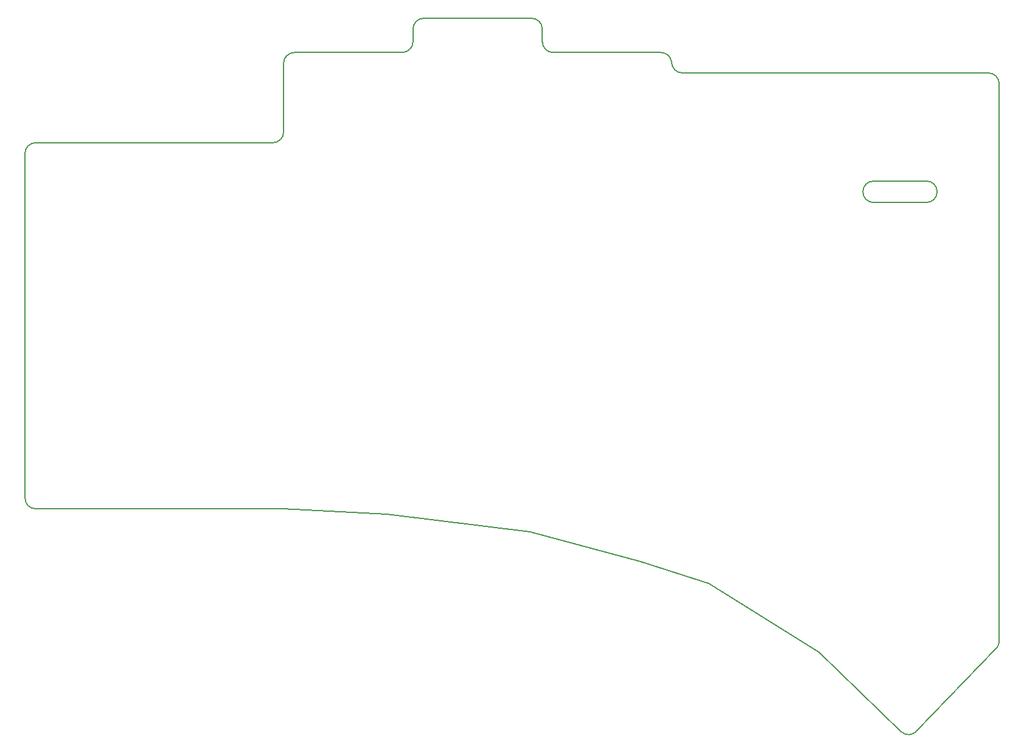
<source format=gm1>
%TF.GenerationSoftware,KiCad,Pcbnew,9.0.4*%
%TF.CreationDate,2025-09-18T00:08:17-03:00*%
%TF.ProjectId,KalyPCB,4b616c79-5043-4422-9e6b-696361645f70,v1.0.0*%
%TF.SameCoordinates,Original*%
%TF.FileFunction,Profile,NP*%
%FSLAX46Y46*%
G04 Gerber Fmt 4.6, Leading zero omitted, Abs format (unit mm)*
G04 Created by KiCad (PCBNEW 9.0.4) date 2025-09-18 00:08:17*
%MOMM*%
%LPD*%
G01*
G04 APERTURE LIST*
%TA.AperFunction,Profile*%
%ADD10C,0.150000*%
%TD*%
G04 APERTURE END LIST*
D10*
X83500000Y-13240000D02*
X68500000Y-13240000D01*
X108181571Y-91991886D02*
X123461902Y-101540097D01*
X67000000Y-14740000D02*
G75*
G02*
X68500000Y-13240000I1500000J0D01*
G01*
X48999354Y-29069354D02*
G75*
G02*
X47499354Y-30569354I-1500054J54D01*
G01*
X14510000Y-81570000D02*
X48793641Y-81570000D01*
X104490646Y-20859354D02*
G75*
G02*
X102990646Y-19359354I54J1500054D01*
G01*
X101500004Y-18002730D02*
G75*
G02*
X102990650Y-19359354I-4J-1497270D01*
G01*
X65499354Y-17999354D02*
X50500000Y-18000000D01*
X138439369Y-38910000D02*
X131099900Y-38910000D01*
X148571022Y-99860000D02*
X148580000Y-99860000D01*
X139939369Y-37410000D02*
G75*
G02*
X138439369Y-38909969I-1500069J100D01*
G01*
X129600000Y-37410000D02*
G75*
G02*
X131100000Y-35910000I1500100J-100D01*
G01*
X83289550Y-84780180D02*
X98669466Y-88901216D01*
X148580000Y-99860000D02*
X148580000Y-22360000D01*
X48999354Y-29069354D02*
X49000000Y-19500000D01*
X131099900Y-38910000D02*
G75*
G02*
X129599900Y-37410000I100J1500100D01*
G01*
X98669466Y-88901216D02*
X108181571Y-91991886D01*
X137044003Y-112570933D02*
G75*
G02*
X134923012Y-112607950I-1079003J1041933D01*
G01*
X86500646Y-17999354D02*
X101500004Y-18002730D01*
X63363580Y-82333578D02*
X83289550Y-84780180D01*
X148571022Y-99860000D02*
G75*
G02*
X148158557Y-101061516I-1491622J-159500D01*
G01*
X49000000Y-19500000D02*
G75*
G02*
X50500000Y-18000000I1500050J-50D01*
G01*
X131100000Y-35910000D02*
X138439469Y-35910000D01*
X147080000Y-20860000D02*
X104490646Y-20859354D01*
X47499354Y-30569354D02*
X14500000Y-30570000D01*
X86500646Y-17999354D02*
G75*
G02*
X85000646Y-16499354I54J1500054D01*
G01*
X137044003Y-112570934D02*
X148158537Y-101061497D01*
X14510000Y-81570000D02*
G75*
G02*
X13010000Y-80070000I50J1500050D01*
G01*
X85000000Y-14740000D02*
X85000646Y-16499354D01*
X83500000Y-13240000D02*
G75*
G02*
X85000000Y-14740000I0J-1500000D01*
G01*
X13010000Y-80070000D02*
X13000000Y-32070000D01*
X147080000Y-20860000D02*
G75*
G02*
X148580000Y-22360000I-100J-1500100D01*
G01*
X13000000Y-32070000D02*
G75*
G02*
X14500000Y-30570000I1500050J-50D01*
G01*
X138439469Y-35910000D02*
G75*
G02*
X139939500Y-37410000I-69J-1500100D01*
G01*
X123461902Y-101540097D02*
X134923006Y-112607956D01*
X66999354Y-16499354D02*
G75*
G02*
X65499354Y-17999354I-1500054J54D01*
G01*
X67000000Y-14740000D02*
X66999354Y-16499354D01*
X48793641Y-81570000D02*
X63363580Y-82333578D01*
M02*

</source>
